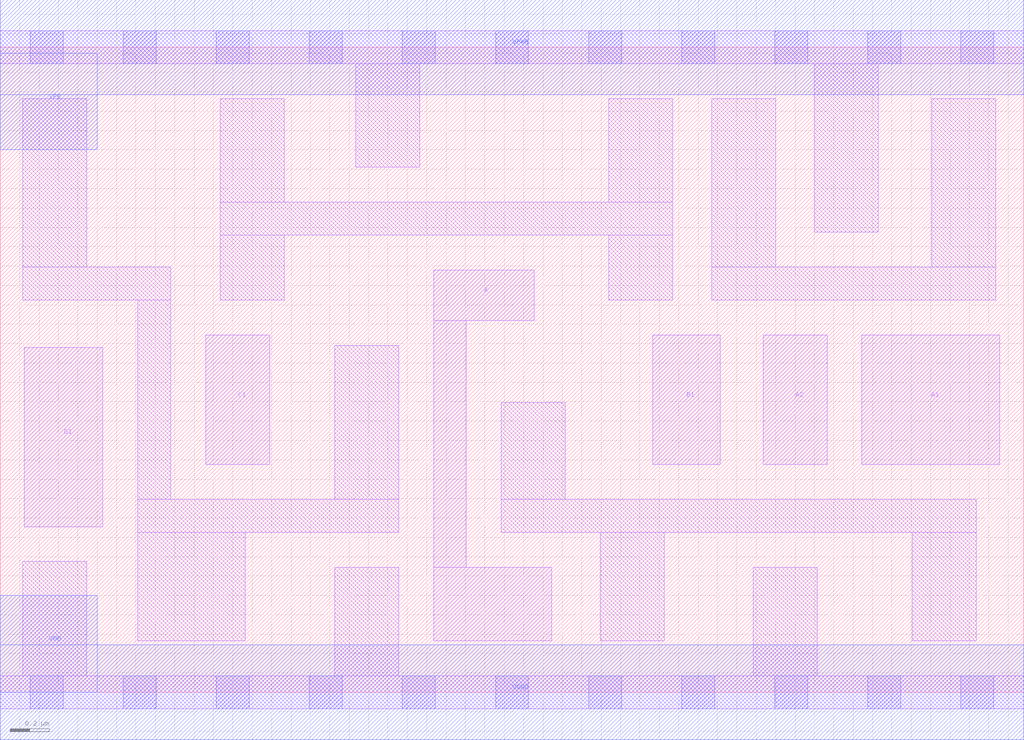
<source format=lef>
# Copyright 2020 The SkyWater PDK Authors
#
# Licensed under the Apache License, Version 2.0 (the "License");
# you may not use this file except in compliance with the License.
# You may obtain a copy of the License at
#
#     https://www.apache.org/licenses/LICENSE-2.0
#
# Unless required by applicable law or agreed to in writing, software
# distributed under the License is distributed on an "AS IS" BASIS,
# WITHOUT WARRANTIES OR CONDITIONS OF ANY KIND, either express or implied.
# See the License for the specific language governing permissions and
# limitations under the License.
#
# SPDX-License-Identifier: Apache-2.0

VERSION 5.5 ;
NAMESCASESENSITIVE ON ;
BUSBITCHARS "[]" ;
DIVIDERCHAR "/" ;
MACRO sky130_fd_sc_lp__a2111o_lp
  CLASS CORE ;
  SOURCE USER ;
  ORIGIN  0.000000  0.000000 ;
  SIZE  5.280000 BY  3.330000 ;
  SYMMETRY X Y R90 ;
  SITE unit ;
  PIN A1
    ANTENNAGATEAREA  0.313000 ;
    DIRECTION INPUT ;
    USE SIGNAL ;
    PORT
      LAYER li1 ;
        RECT 4.445000 1.175000 5.155000 1.845000 ;
    END
  END A1
  PIN A2
    ANTENNAGATEAREA  0.313000 ;
    DIRECTION INPUT ;
    USE SIGNAL ;
    PORT
      LAYER li1 ;
        RECT 3.935000 1.175000 4.265000 1.845000 ;
    END
  END A2
  PIN B1
    ANTENNAGATEAREA  0.376000 ;
    DIRECTION INPUT ;
    USE SIGNAL ;
    PORT
      LAYER li1 ;
        RECT 3.365000 1.175000 3.715000 1.845000 ;
    END
  END B1
  PIN C1
    ANTENNAGATEAREA  0.376000 ;
    DIRECTION INPUT ;
    USE SIGNAL ;
    PORT
      LAYER li1 ;
        RECT 1.060000 1.175000 1.390000 1.845000 ;
    END
  END C1
  PIN D1
    ANTENNAGATEAREA  0.376000 ;
    DIRECTION INPUT ;
    USE SIGNAL ;
    PORT
      LAYER li1 ;
        RECT 0.125000 0.855000 0.530000 1.780000 ;
    END
  END D1
  PIN X
    ANTENNADIFFAREA  0.404700 ;
    DIRECTION OUTPUT ;
    USE SIGNAL ;
    PORT
      LAYER li1 ;
        RECT 2.235000 0.265000 2.845000 0.645000 ;
        RECT 2.235000 0.645000 2.405000 1.920000 ;
        RECT 2.235000 1.920000 2.755000 2.180000 ;
    END
  END X
  PIN VGND
    DIRECTION INOUT ;
    USE GROUND ;
    PORT
      LAYER met1 ;
        RECT 0.000000 -0.245000 5.280000 0.245000 ;
    END
  END VGND
  PIN VNB
    DIRECTION INOUT ;
    USE GROUND ;
    PORT
      LAYER met1 ;
        RECT 0.000000 0.000000 0.500000 0.500000 ;
    END
  END VNB
  PIN VPB
    DIRECTION INOUT ;
    USE POWER ;
    PORT
      LAYER met1 ;
        RECT 0.000000 2.800000 0.500000 3.300000 ;
    END
  END VPB
  PIN VPWR
    DIRECTION INOUT ;
    USE POWER ;
    PORT
      LAYER met1 ;
        RECT 0.000000 3.085000 5.280000 3.575000 ;
    END
  END VPWR
  OBS
    LAYER li1 ;
      RECT 0.000000 -0.085000 5.280000 0.085000 ;
      RECT 0.000000  3.245000 5.280000 3.415000 ;
      RECT 0.115000  0.085000 0.445000 0.675000 ;
      RECT 0.115000  2.025000 0.880000 2.195000 ;
      RECT 0.115000  2.195000 0.445000 3.065000 ;
      RECT 0.710000  0.265000 1.265000 0.825000 ;
      RECT 0.710000  0.825000 2.055000 0.995000 ;
      RECT 0.710000  0.995000 0.880000 2.025000 ;
      RECT 1.135000  2.025000 1.465000 2.360000 ;
      RECT 1.135000  2.360000 3.470000 2.530000 ;
      RECT 1.135000  2.530000 1.465000 3.065000 ;
      RECT 1.725000  0.085000 2.055000 0.645000 ;
      RECT 1.725000  0.995000 2.055000 1.790000 ;
      RECT 1.835000  2.710000 2.165000 3.245000 ;
      RECT 2.585000  0.825000 5.035000 0.995000 ;
      RECT 2.585000  0.995000 2.915000 1.495000 ;
      RECT 3.095000  0.265000 3.425000 0.825000 ;
      RECT 3.140000  2.025000 3.470000 2.360000 ;
      RECT 3.140000  2.530000 3.470000 3.065000 ;
      RECT 3.670000  2.025000 5.135000 2.195000 ;
      RECT 3.670000  2.195000 4.000000 3.065000 ;
      RECT 3.885000  0.085000 4.215000 0.645000 ;
      RECT 4.200000  2.375000 4.530000 3.245000 ;
      RECT 4.705000  0.265000 5.035000 0.825000 ;
      RECT 4.805000  2.195000 5.135000 3.065000 ;
    LAYER mcon ;
      RECT 0.155000 -0.085000 0.325000 0.085000 ;
      RECT 0.155000  3.245000 0.325000 3.415000 ;
      RECT 0.635000 -0.085000 0.805000 0.085000 ;
      RECT 0.635000  3.245000 0.805000 3.415000 ;
      RECT 1.115000 -0.085000 1.285000 0.085000 ;
      RECT 1.115000  3.245000 1.285000 3.415000 ;
      RECT 1.595000 -0.085000 1.765000 0.085000 ;
      RECT 1.595000  3.245000 1.765000 3.415000 ;
      RECT 2.075000 -0.085000 2.245000 0.085000 ;
      RECT 2.075000  3.245000 2.245000 3.415000 ;
      RECT 2.555000 -0.085000 2.725000 0.085000 ;
      RECT 2.555000  3.245000 2.725000 3.415000 ;
      RECT 3.035000 -0.085000 3.205000 0.085000 ;
      RECT 3.035000  3.245000 3.205000 3.415000 ;
      RECT 3.515000 -0.085000 3.685000 0.085000 ;
      RECT 3.515000  3.245000 3.685000 3.415000 ;
      RECT 3.995000 -0.085000 4.165000 0.085000 ;
      RECT 3.995000  3.245000 4.165000 3.415000 ;
      RECT 4.475000 -0.085000 4.645000 0.085000 ;
      RECT 4.475000  3.245000 4.645000 3.415000 ;
      RECT 4.955000 -0.085000 5.125000 0.085000 ;
      RECT 4.955000  3.245000 5.125000 3.415000 ;
  END
END sky130_fd_sc_lp__a2111o_lp

</source>
